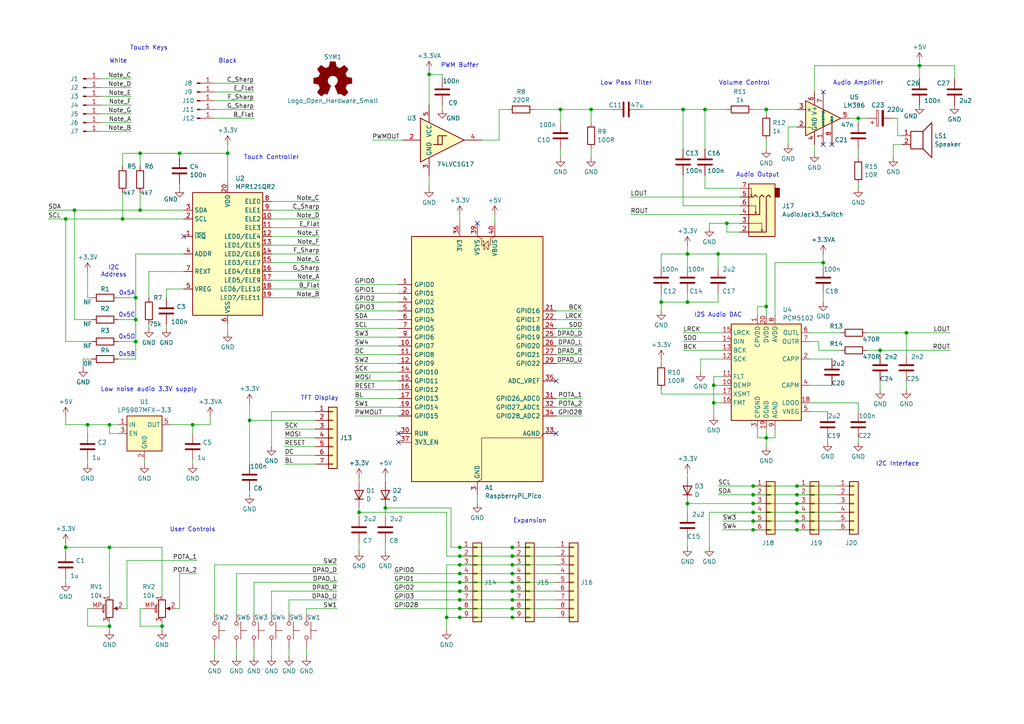
<source format=kicad_sch>
(kicad_sch (version 20231120) (generator "eeschema") (generator_version "8.0")
  (paper "A4")
  (junction (at 148.59 166.37))
  (junction (at 25.4 123.19))
  (junction (at 19.05 158.75))
  (junction (at 133.35 163.83))
  (junction (at 231.14 151.13))
  (junction (at 231.14 148.59))
  (junction (at 31.75 123.19))
  (junction (at 148.59 161.29))
  (junction (at 207.01 116.84))
  (junction (at 133.35 168.91))
  (junction (at 133.35 166.37))
  (junction (at 40.64 44.45))
  (junction (at 52.07 44.45))
  (junction (at 148.59 158.75))
  (junction (at 39.37 86.36))
  (junction (at 199.39 146.05))
  (junction (at 208.28 73.66))
  (junction (at 104.14 148.59))
  (junction (at 148.59 173.99))
  (junction (at 218.44 148.59))
  (junction (at 46.99 181.61))
  (junction (at 262.89 96.52))
  (junction (at 231.14 146.05))
  (junction (at 133.35 158.75))
  (junction (at 31.75 158.75))
  (junction (at 133.35 179.07))
  (junction (at 66.04 44.45))
  (junction (at 162.56 31.75))
  (junction (at 148.59 168.91))
  (junction (at 198.12 31.75))
  (junction (at 171.45 31.75))
  (junction (at 133.35 171.45))
  (junction (at 248.92 34.29))
  (junction (at 218.44 146.05))
  (junction (at 218.44 151.13))
  (junction (at 35.56 63.5))
  (junction (at 207.01 111.76))
  (junction (at 222.25 31.75))
  (junction (at 133.35 173.99))
  (junction (at 55.88 123.19))
  (junction (at 133.35 176.53))
  (junction (at 148.59 176.53))
  (junction (at 191.77 87.63))
  (junction (at 72.39 121.92))
  (junction (at 19.05 63.5))
  (junction (at 231.14 140.97))
  (junction (at 133.35 161.29))
  (junction (at 222.25 127))
  (junction (at 222.25 88.9))
  (junction (at 199.39 73.66))
  (junction (at 40.64 60.96))
  (junction (at 129.54 179.07))
  (junction (at 210.82 64.77))
  (junction (at 218.44 143.51))
  (junction (at 238.76 76.2))
  (junction (at 148.59 179.07))
  (junction (at 31.75 181.61))
  (junction (at 111.76 147.32))
  (junction (at 204.47 31.75))
  (junction (at 148.59 171.45))
  (junction (at 255.27 101.6))
  (junction (at 21.59 60.96))
  (junction (at 231.14 153.67))
  (junction (at 39.37 92.71))
  (junction (at 148.59 163.83))
  (junction (at 124.46 21.59))
  (junction (at 266.7 19.05))
  (junction (at 199.39 87.63))
  (junction (at 218.44 140.97))
  (junction (at 218.44 153.67))
  (junction (at 231.14 143.51))
  (junction (at 39.37 99.06))
  (no_connect (at 238.76 26.67))
  (no_connect (at 241.3 41.91))
  (no_connect (at 115.57 125.73))
  (no_connect (at 161.29 110.49))
  (no_connect (at 115.57 128.27))
  (no_connect (at 53.34 68.58))
  (no_connect (at 161.29 125.73))
  (no_connect (at 238.76 41.91))
  (no_connect (at 138.43 64.77))
  (wire (pts (xy 148.59 173.99) (xy 161.29 173.99)))
  (wire (pts (xy 129.54 179.07) (xy 133.35 179.07)))
  (wire (pts (xy 148.59 161.29) (xy 161.29 161.29)))
  (wire (pts (xy 218.44 31.75) (xy 222.25 31.75)))
  (wire (pts (xy 262.89 110.49) (xy 262.89 113.03)))
  (wire (pts (xy 231.14 148.59) (xy 242.57 148.59)))
  (wire (pts (xy 35.56 55.88) (xy 35.56 63.5)))
  (wire (pts (xy 276.86 19.05) (xy 276.86 22.86)))
  (wire (pts (xy 262.89 96.52) (xy 262.89 102.87)))
  (wire (pts (xy 102.87 95.25) (xy 115.57 95.25)))
  (wire (pts (xy 205.74 148.59) (xy 205.74 158.75)))
  (wire (pts (xy 231.14 140.97) (xy 242.57 140.97)))
  (wire (pts (xy 46.99 158.75) (xy 46.99 172.72)))
  (wire (pts (xy 237.49 99.06) (xy 234.95 99.06)))
  (wire (pts (xy 199.39 71.12) (xy 199.39 73.66)))
  (wire (pts (xy 129.54 163.83) (xy 133.35 163.83)))
  (wire (pts (xy 34.29 99.06) (xy 39.37 99.06)))
  (wire (pts (xy 29.21 22.86) (xy 38.1 22.86)))
  (wire (pts (xy 148.59 176.53) (xy 161.29 176.53)))
  (wire (pts (xy 133.35 176.53) (xy 148.59 176.53)))
  (wire (pts (xy 31.75 172.72) (xy 31.75 158.75)))
  (wire (pts (xy 148.59 171.45) (xy 161.29 171.45)))
  (wire (pts (xy 133.35 179.07) (xy 148.59 179.07)))
  (wire (pts (xy 143.51 62.23) (xy 143.51 64.77)))
  (wire (pts (xy 133.35 168.91) (xy 148.59 168.91)))
  (wire (pts (xy 259.08 34.29) (xy 260.35 34.29)))
  (wire (pts (xy 46.99 181.61) (xy 46.99 182.88)))
  (wire (pts (xy 115.57 105.41) (xy 102.87 105.41)))
  (wire (pts (xy 114.3 171.45) (xy 133.35 171.45)))
  (wire (pts (xy 238.76 76.2) (xy 238.76 77.47)))
  (wire (pts (xy 21.59 60.96) (xy 40.64 60.96)))
  (wire (pts (xy 82.55 124.46) (xy 91.44 124.46)))
  (wire (pts (xy 208.28 85.09) (xy 208.28 87.63)))
  (wire (pts (xy 144.78 31.75) (xy 147.32 31.75)))
  (wire (pts (xy 25.4 181.61) (xy 31.75 181.61)))
  (wire (pts (xy 191.77 85.09) (xy 191.77 87.63)))
  (wire (pts (xy 25.4 86.36) (xy 26.67 86.36)))
  (wire (pts (xy 25.4 133.35) (xy 25.4 134.62)))
  (wire (pts (xy 29.21 25.4) (xy 38.1 25.4)))
  (wire (pts (xy 234.95 96.52) (xy 243.84 96.52)))
  (wire (pts (xy 222.25 127) (xy 224.79 127)))
  (wire (pts (xy 251.46 101.6) (xy 255.27 101.6)))
  (wire (pts (xy 248.92 116.84) (xy 248.92 119.38)))
  (wire (pts (xy 133.35 166.37) (xy 148.59 166.37)))
  (wire (pts (xy 129.54 161.29) (xy 133.35 161.29)))
  (wire (pts (xy 248.92 34.29) (xy 251.46 34.29)))
  (wire (pts (xy 128.27 30.48) (xy 128.27 31.75)))
  (wire (pts (xy 130.81 158.75) (xy 133.35 158.75)))
  (wire (pts (xy 19.05 160.02) (xy 19.05 158.75)))
  (wire (pts (xy 199.39 73.66) (xy 208.28 73.66)))
  (wire (pts (xy 19.05 157.48) (xy 19.05 158.75)))
  (wire (pts (xy 102.87 113.03) (xy 115.57 113.03)))
  (wire (pts (xy 73.66 168.91) (xy 97.79 168.91)))
  (wire (pts (xy 29.21 30.48) (xy 38.1 30.48)))
  (wire (pts (xy 162.56 43.18) (xy 162.56 45.72)))
  (wire (pts (xy 102.87 100.33) (xy 115.57 100.33)))
  (wire (pts (xy 48.26 93.98) (xy 48.26 95.25)))
  (wire (pts (xy 203.2 104.14) (xy 203.2 107.95)))
  (wire (pts (xy 218.44 151.13) (xy 231.14 151.13)))
  (wire (pts (xy 111.76 147.32) (xy 130.81 147.32)))
  (wire (pts (xy 107.95 40.64) (xy 116.84 40.64)))
  (wire (pts (xy 222.25 31.75) (xy 222.25 33.02)))
  (wire (pts (xy 231.14 36.83) (xy 228.6 36.83)))
  (wire (pts (xy 199.39 73.66) (xy 199.39 77.47)))
  (wire (pts (xy 133.35 173.99) (xy 148.59 173.99)))
  (wire (pts (xy 148.59 166.37) (xy 161.29 166.37)))
  (wire (pts (xy 111.76 147.32) (xy 111.76 149.86)))
  (wire (pts (xy 24.13 104.14) (xy 26.67 104.14)))
  (wire (pts (xy 231.14 151.13) (xy 242.57 151.13)))
  (wire (pts (xy 199.39 87.63) (xy 208.28 87.63)))
  (wire (pts (xy 62.23 163.83) (xy 62.23 177.8)))
  (wire (pts (xy 207.01 111.76) (xy 209.55 111.76)))
  (wire (pts (xy 133.35 158.75) (xy 148.59 158.75)))
  (wire (pts (xy 78.74 119.38) (xy 91.44 119.38)))
  (wire (pts (xy 198.12 96.52) (xy 209.55 96.52)))
  (wire (pts (xy 78.74 73.66) (xy 92.71 73.66)))
  (wire (pts (xy 34.29 92.71) (xy 39.37 92.71)))
  (wire (pts (xy 204.47 54.61) (xy 204.47 50.8)))
  (wire (pts (xy 36.83 162.56) (xy 57.15 162.56)))
  (wire (pts (xy 34.29 104.14) (xy 39.37 104.14)))
  (wire (pts (xy 78.74 171.45) (xy 78.74 177.8)))
  (wire (pts (xy 31.75 158.75) (xy 46.99 158.75)))
  (wire (pts (xy 198.12 101.6) (xy 209.55 101.6)))
  (wire (pts (xy 218.44 143.51) (xy 231.14 143.51)))
  (wire (pts (xy 205.74 64.77) (xy 205.74 66.04)))
  (wire (pts (xy 255.27 101.6) (xy 255.27 102.87)))
  (wire (pts (xy 60.96 120.65) (xy 60.96 123.19)))
  (wire (pts (xy 209.55 151.13) (xy 218.44 151.13)))
  (wire (pts (xy 222.25 127) (xy 222.25 129.54)))
  (wire (pts (xy 40.64 44.45) (xy 52.07 44.45)))
  (wire (pts (xy 248.92 43.18) (xy 248.92 45.72)))
  (wire (pts (xy 102.87 87.63) (xy 115.57 87.63)))
  (wire (pts (xy 78.74 76.2) (xy 92.71 76.2)))
  (wire (pts (xy 35.56 44.45) (xy 40.64 44.45)))
  (wire (pts (xy 104.14 147.32) (xy 104.14 148.59)))
  (wire (pts (xy 111.76 138.43) (xy 111.76 139.7)))
  (wire (pts (xy 207.01 116.84) (xy 207.01 120.65)))
  (wire (pts (xy 231.14 143.51) (xy 242.57 143.51)))
  (wire (pts (xy 199.39 85.09) (xy 199.39 87.63)))
  (wire (pts (xy 78.74 71.12) (xy 92.71 71.12)))
  (wire (pts (xy 72.39 121.92) (xy 91.44 121.92)))
  (wire (pts (xy 35.56 44.45) (xy 35.56 48.26)))
  (wire (pts (xy 19.05 99.06) (xy 19.05 63.5)))
  (wire (pts (xy 251.46 96.52) (xy 262.89 96.52)))
  (wire (pts (xy 62.23 26.67) (xy 73.66 26.67)))
  (wire (pts (xy 104.14 157.48) (xy 104.14 160.02)))
  (wire (pts (xy 52.07 45.72) (xy 52.07 44.45)))
  (wire (pts (xy 102.87 82.55) (xy 115.57 82.55)))
  (wire (pts (xy 199.39 156.21) (xy 199.39 158.75)))
  (wire (pts (xy 204.47 31.75) (xy 210.82 31.75)))
  (wire (pts (xy 26.67 92.71) (xy 21.59 92.71)))
  (wire (pts (xy 238.76 85.09) (xy 238.76 87.63)))
  (wire (pts (xy 34.29 123.19) (xy 31.75 123.19)))
  (wire (pts (xy 25.4 78.74) (xy 25.4 86.36)))
  (wire (pts (xy 78.74 63.5) (xy 92.71 63.5)))
  (wire (pts (xy 31.75 181.61) (xy 31.75 180.34)))
  (wire (pts (xy 224.79 76.2) (xy 224.79 91.44)))
  (wire (pts (xy 191.77 77.47) (xy 191.77 73.66)))
  (wire (pts (xy 24.13 104.14) (xy 24.13 106.68)))
  (wire (pts (xy 191.77 87.63) (xy 199.39 87.63)))
  (wire (pts (xy 39.37 104.14) (xy 39.37 99.06)))
  (wire (pts (xy 78.74 187.96) (xy 78.74 190.5)))
  (wire (pts (xy 148.59 168.91) (xy 161.29 168.91)))
  (wire (pts (xy 210.82 64.77) (xy 210.82 67.31)))
  (wire (pts (xy 78.74 78.74) (xy 92.71 78.74)))
  (wire (pts (xy 231.14 153.67) (xy 242.57 153.67)))
  (wire (pts (xy 255.27 101.6) (xy 275.59 101.6)))
  (wire (pts (xy 185.42 31.75) (xy 198.12 31.75)))
  (wire (pts (xy 102.87 118.11) (xy 115.57 118.11)))
  (wire (pts (xy 73.66 187.96) (xy 73.66 190.5)))
  (wire (pts (xy 72.39 121.92) (xy 72.39 134.62)))
  (wire (pts (xy 209.55 109.22) (xy 207.01 109.22)))
  (wire (pts (xy 46.99 181.61) (xy 46.99 180.34)))
  (wire (pts (xy 29.21 38.1) (xy 38.1 38.1)))
  (wire (pts (xy 182.88 57.15) (xy 214.63 57.15)))
  (wire (pts (xy 139.7 40.64) (xy 144.78 40.64)))
  (wire (pts (xy 266.7 17.78) (xy 266.7 19.05)))
  (wire (pts (xy 161.29 115.57) (xy 168.91 115.57)))
  (wire (pts (xy 19.05 120.65) (xy 19.05 123.19)))
  (wire (pts (xy 36.83 176.53) (xy 36.83 162.56)))
  (wire (pts (xy 34.29 86.36) (xy 39.37 86.36)))
  (wire (pts (xy 124.46 21.59) (xy 128.27 21.59)))
  (wire (pts (xy 129.54 161.29) (xy 129.54 148.59)))
  (wire (pts (xy 198.12 31.75) (xy 198.12 43.18)))
  (wire (pts (xy 53.34 83.82) (xy 48.26 83.82)))
  (wire (pts (xy 29.21 33.02) (xy 38.1 33.02)))
  (wire (pts (xy 237.49 101.6) (xy 243.84 101.6)))
  (wire (pts (xy 222.25 73.66) (xy 222.25 88.9)))
  (wire (pts (xy 62.23 34.29) (xy 73.66 34.29)))
  (wire (pts (xy 222.25 31.75) (xy 231.14 31.75)))
  (wire (pts (xy 78.74 86.36) (xy 92.71 86.36)))
  (wire (pts (xy 82.55 129.54) (xy 91.44 129.54)))
  (wire (pts (xy 161.29 95.25) (xy 168.91 95.25)))
  (wire (pts (xy 219.71 124.46) (xy 219.71 127)))
  (wire (pts (xy 48.26 83.82) (xy 48.26 86.36)))
  (wire (pts (xy 78.74 60.96) (xy 92.71 60.96)))
  (wire (pts (xy 231.14 146.05) (xy 242.57 146.05)))
  (wire (pts (xy 161.29 105.41) (xy 168.91 105.41)))
  (wire (pts (xy 207.01 109.22) (xy 207.01 111.76)))
  (wire (pts (xy 161.29 118.11) (xy 168.91 118.11)))
  (wire (pts (xy 35.56 176.53) (xy 36.83 176.53)))
  (wire (pts (xy 210.82 67.31) (xy 214.63 67.31)))
  (wire (pts (xy 262.89 96.52) (xy 275.59 96.52)))
  (wire (pts (xy 133.35 161.29) (xy 148.59 161.29)))
  (wire (pts (xy 208.28 73.66) (xy 208.28 77.47)))
  (wire (pts (xy 68.58 166.37) (xy 68.58 177.8)))
  (wire (pts (xy 276.86 19.05) (xy 266.7 19.05)))
  (wire (pts (xy 210.82 64.77) (xy 214.63 64.77)))
  (wire (pts (xy 209.55 153.67) (xy 218.44 153.67)))
  (wire (pts (xy 31.75 125.73) (xy 31.75 123.19)))
  (wire (pts (xy 214.63 54.61) (xy 204.47 54.61)))
  (wire (pts (xy 43.18 93.98) (xy 43.18 95.25)))
  (wire (pts (xy 29.21 35.56) (xy 38.1 35.56)))
  (wire (pts (xy 78.74 66.04) (xy 92.71 66.04)))
  (wire (pts (xy 154.94 31.75) (xy 162.56 31.75)))
  (wire (pts (xy 102.87 102.87) (xy 115.57 102.87)))
  (wire (pts (xy 148.59 163.83) (xy 161.29 163.83)))
  (wire (pts (xy 68.58 187.96) (xy 68.58 190.5)))
  (wire (pts (xy 129.54 148.59) (xy 104.14 148.59)))
  (wire (pts (xy 19.05 167.64) (xy 19.05 168.91)))
  (wire (pts (xy 205.74 148.59) (xy 218.44 148.59)))
  (wire (pts (xy 236.22 19.05) (xy 266.7 19.05)))
  (wire (pts (xy 248.92 34.29) (xy 248.92 35.56)))
  (wire (pts (xy 102.87 85.09) (xy 115.57 85.09)))
  (wire (pts (xy 88.9 176.53) (xy 97.79 176.53)))
  (wire (pts (xy 148.59 179.07) (xy 161.29 179.07)))
  (wire (pts (xy 161.29 90.17) (xy 168.91 90.17)))
  (wire (pts (xy 39.37 86.36) (xy 39.37 73.66)))
  (wire (pts (xy 198.12 99.06) (xy 209.55 99.06)))
  (wire (pts (xy 55.88 123.19) (xy 55.88 125.73)))
  (wire (pts (xy 260.35 34.29) (xy 260.35 39.37)))
  (wire (pts (xy 161.29 120.65) (xy 168.91 120.65)))
  (wire (pts (xy 83.82 187.96) (xy 83.82 190.5)))
  (wire (pts (xy 208.28 140.97) (xy 218.44 140.97)))
  (wire (pts (xy 13.97 60.96) (xy 21.59 60.96)))
  (wire (pts (xy 261.62 41.91) (xy 259.08 41.91)))
  (wire (pts (xy 66.04 93.98) (xy 66.04 96.52)))
  (wire (pts (xy 40.64 60.96) (xy 53.34 60.96)))
  (wire (pts (xy 62.23 163.83) (xy 97.79 163.83)))
  (wire (pts (xy 40.64 44.45) (xy 40.64 48.26)))
  (wire (pts (xy 62.23 31.75) (xy 73.66 31.75)))
  (wire (pts (xy 124.46 20.32) (xy 124.46 21.59)))
  (wire (pts (xy 266.7 19.05) (xy 266.7 22.86)))
  (wire (pts (xy 161.29 97.79) (xy 168.91 97.79)))
  (wire (pts (xy 78.74 119.38) (xy 78.74 129.54)))
  (wire (pts (xy 26.67 176.53) (xy 25.4 176.53)))
  (wire (pts (xy 260.35 39.37) (xy 261.62 39.37)))
  (wire (pts (xy 62.23 187.96) (xy 62.23 190.5)))
  (wire (pts (xy 31.75 181.61) (xy 31.75 182.88)))
  (wire (pts (xy 237.49 101.6) (xy 237.49 99.06)))
  (wire (pts (xy 40.64 176.53) (xy 40.64 181.61)))
  (wire (pts (xy 83.82 173.99) (xy 97.79 173.99)))
  (wire (pts (xy 68.58 166.37) (xy 97.79 166.37)))
  (wire (pts (xy 129.54 163.83) (xy 129.54 179.07)))
  (wire (pts (xy 41.91 133.35) (xy 41.91 134.62)))
  (wire (pts (xy 52.07 44.45) (xy 66.04 44.45)))
  (wire (pts (xy 198.12 59.69) (xy 198.12 50.8)))
  (wire (pts (xy 66.04 44.45) (xy 66.04 53.34)))
  (wire (pts (xy 72.39 142.24) (xy 72.39 143.51)))
  (wire (pts (xy 88.9 176.53) (xy 88.9 177.8)))
  (wire (pts (xy 78.74 68.58) (xy 92.71 68.58)))
  (wire (pts (xy 148.59 158.75) (xy 161.29 158.75)))
  (wire (pts (xy 162.56 31.75) (xy 162.56 35.56)))
  (wire (pts (xy 171.45 43.18) (xy 171.45 45.72)))
  (wire (pts (xy 41.91 176.53) (xy 40.64 176.53)))
  (wire (pts (xy 114.3 166.37) (xy 133.35 166.37)))
  (wire (pts (xy 228.6 36.83) (xy 228.6 41.91)))
  (wire (pts (xy 204.47 31.75) (xy 204.47 43.18)))
  (wire (pts (xy 171.45 31.75) (xy 177.8 31.75)))
  (wire (pts (xy 191.77 104.14) (xy 191.77 105.41)))
  (wire (pts (xy 66.04 41.91) (xy 66.04 44.45)))
  (wire (pts (xy 102.87 90.17) (xy 115.57 90.17)))
  (wire (pts (xy 161.29 92.71) (xy 168.91 92.71)))
  (wire (pts (xy 218.44 153.67) (xy 231.14 153.67)))
  (wire (pts (xy 214.63 59.69) (xy 198.12 59.69)))
  (wire (pts (xy 111.76 157.48) (xy 111.76 160.02)))
  (wire (pts (xy 49.53 123.19) (xy 55.88 123.19)))
  (wire (pts (xy 191.77 73.66) (xy 199.39 73.66)))
  (wire (pts (xy 78.74 81.28) (xy 92.71 81.28)))
  (wire (pts (xy 208.28 73.66) (xy 222.25 73.66)))
  (wire (pts (xy 40.64 55.88) (xy 40.64 60.96)))
  (wire (pts (xy 102.87 97.79) (xy 115.57 97.79)))
  (wire (pts (xy 224.79 127) (xy 224.79 124.46)))
  (wire (pts (xy 55.88 133.35) (xy 55.88 134.62)))
  (wire (pts (xy 19.05 63.5) (xy 35.56 63.5)))
  (wire (pts (xy 62.23 24.13) (xy 73.66 24.13)))
  (wire (pts (xy 171.45 31.75) (xy 171.45 35.56)))
  (wire (pts (xy 234.95 111.76) (xy 241.3 111.76)))
  (wire (pts (xy 40.64 181.61) (xy 46.99 181.61)))
  (wire (pts (xy 78.74 171.45) (xy 97.79 171.45)))
  (wire (pts (xy 236.22 19.05) (xy 236.22 26.67)))
  (wire (pts (xy 162.56 31.75) (xy 171.45 31.75)))
  (wire (pts (xy 198.12 31.75) (xy 204.47 31.75)))
  (wire (pts (xy 21.59 92.71) (xy 21.59 60.96)))
  (wire (pts (xy 43.18 78.74) (xy 53.34 78.74)))
  (wire (pts (xy 219.71 88.9) (xy 222.25 88.9)))
  (wire (pts (xy 102.87 107.95) (xy 115.57 107.95)))
  (wire (pts (xy 104.14 138.43) (xy 104.14 139.7)))
  (wire (pts (xy 255.27 110.49) (xy 255.27 113.03)))
  (wire (pts (xy 39.37 73.66) (xy 53.34 73.66)))
  (wire (pts (xy 248.92 127) (xy 248.92 128.27)))
  (wire (pts (xy 218.44 146.05) (xy 231.14 146.05)))
  (wire (pts (xy 224.79 76.2) (xy 238.76 76.2)))
  (wire (pts (xy 25.4 176.53) (xy 25.4 181.61)))
  (wire (pts (xy 191.77 87.63) (xy 191.77 90.17)))
  (wire (pts (xy 144.78 40.64) (xy 144.78 31.75)))
  (wire (pts (xy 161.29 102.87) (xy 168.91 102.87)))
  (wire (pts (xy 199.39 146.05) (xy 218.44 146.05)))
  (wire (pts (xy 128.27 21.59) (xy 128.27 22.86)))
  (wire (pts (xy 52.07 53.34) (xy 52.07 54.61)))
  (wire (pts (xy 73.66 168.91) (xy 73.66 177.8)))
  (wire (pts (xy 34.29 125.73) (xy 31.75 125.73)))
  (wire (pts (xy 29.21 27.94) (xy 38.1 27.94)))
  (wire (pts (xy 191.77 113.03) (xy 191.77 114.3)))
  (wire (pts (xy 62.23 29.21) (xy 73.66 29.21)))
  (wire (pts (xy 82.55 127) (xy 91.44 127)))
  (wire (pts (xy 55.88 123.19) (xy 60.96 123.19)))
  (wire (pts (xy 83.82 173.99) (xy 83.82 177.8)))
  (wire (pts (xy 39.37 99.06) (xy 39.37 92.71)))
  (wire (pts (xy 50.8 176.53) (xy 52.07 176.53)))
  (wire (pts (xy 31.75 123.19) (xy 25.4 123.19)))
  (wire (pts (xy 205.74 64.77) (xy 210.82 64.77)))
  (wire (pts (xy 234.95 104.14) (xy 241.3 104.14)))
  (wire (pts (xy 207.01 111.76) (xy 207.01 116.84)))
  (wire (pts (xy 82.55 134.62) (xy 91.44 134.62)))
  (wire (pts (xy 43.18 86.36) (xy 43.18 78.74)))
  (wire (pts (xy 78.74 58.42) (xy 92.71 58.42)))
  (wire (pts (xy 191.77 114.3) (xy 209.55 114.3)))
  (wire (pts (xy 222.25 88.9) (xy 222.25 91.44)))
  (wire (pts (xy 26.67 99.06) (xy 19.05 99.06)))
  (wire (pts (xy 240.03 127) (xy 240.03 128.27)))
  (wire (pts (xy 218.44 140.97) (xy 231.14 140.97)))
  (wire (pts (xy 13.97 63.5) (xy 19.05 63.5)))
  (wire (pts (xy 114.3 168.91) (xy 133.35 168.91)))
  (wire (pts (xy 219.71 91.44) (xy 219.71 88.9)))
  (wire (pts (xy 102.87 110.49) (xy 115.57 110.49)))
  (wire (pts (xy 248.92 53.34) (xy 248.92 54.61)))
  (wire (pts (xy 35.56 63.5) (xy 53.34 63.5)))
  (wire (pts (xy 102.87 120.65) (xy 115.57 120.65)))
  (wire (pts (xy 234.95 119.38) (xy 240.03 119.38)))
  (wire (pts (xy 124.46 21.59) (xy 124.46 30.48)))
  (wire (pts (xy 133.35 62.23) (xy 133.35 64.77)))
  (wire (pts (xy 238.76 73.66) (xy 238.76 76.2)))
  (wire (pts (xy 124.46 50.8) (xy 124.46 54.61)))
  (wire (pts (xy 218.44 148.59) (xy 231.14 148.59)))
  (wire (pts (xy 236.22 41.91) (xy 236.22 44.45)))
  (wire (pts (xy 138.43 143.51) (xy 138.43 146.05)))
  (wire (pts (xy 114.3 176.53) (xy 133.35 176.53)))
  (wire (pts (xy 222.25 40.64) (xy 222.25 43.18)))
  (wire (pts (xy 72.39 116.84) (xy 72.39 121.92)))
  (wire (pts (xy 25.4 123.19) (xy 19.05 123.19)))
  (wire (pts (xy 129.54 179.07) (xy 129.54 182.88)))
  (wire (pts (xy 208.28 143.51) (xy 218.44 143.51)))
  (wire (pts (xy 161.29 100.33) (xy 168.91 100.33)))
  (wire (pts (xy 259.08 41.91) (xy 259.08 45.72)))
  (wire (pts (xy 209.55 116.84) (xy 207.01 116.84)))
  (wire (pts (xy 52.07 166.37) (xy 57.15 166.37)))
  (wire (pts (xy 25.4 123.19) (xy 25.4 125.73)))
  (wire (pts (xy 114.3 173.99) (xy 133.35 173.99)))
  (wire (pts (xy 104.14 148.59) (xy 104.14 149.86)))
  (wire (pts (xy 52.07 176.53) (xy 52.07 166.37)))
  (wire (pts (xy 199.39 137.16) (xy 199.39 138.43)))
  (wire (pts (xy 82.55 132.08) (xy 91.44 132.08)))
  (wire (pts (xy 130.81 147.32) (xy 130.81 158.75)))
  (wire (pts (xy 102.87 115.57) (xy 115.57 115.57)))
  (wire (pts (xy 234.95 116.84) (xy 248.92 116.84)))
  (wire (pts (xy 133.35 163.83) (xy 148.59 163.83)))
  (wire (pts (xy 78.74 83.82) (xy 92.71 83.82)))
  (wire (pts (xy 39.37 92.71) (xy 39.37 86.36)))
  (wire (pts (xy 222.25 124.46) (xy 222.25 127)))
  (wire (pts (xy 209.55 104.14) (xy 203.2 104.14)))
  (wire (pts (xy 246.38 34.29) (xy 248.92 34.29)))
  (wire (pts (xy 199.39 146.05) (xy 199.39 148.59)))
  (wire (pts (xy 88.9 187.96) (xy 88.9 190.5)))
  (wire (pts (xy 182.88 62.23) (xy 214.63 62.23)))
  (wire (pts (xy 19.05 158.75) (xy 31.75 158.75)))
  (wire (pts (xy 102.87 92.71) (xy 115.57 92.71)))
  (wire (pts (xy 133.35 171.45) (xy 148.59 171.45)))
  (wire (pts (xy 219.71 127) (xy 222.25 127)))
  (text "PWM Buffer" (at 133.35 19.05 0) (effects (font (size 1.27 1.27))))
  (text "Black" (at 66.04 17.78 0) (effects (font (size 1.27 1.27))))
  (text "I2C\nAddress" (at 33.02 78.74 0) (effects (font (size 1.27 1.27))))
  (text "Touch Keys" (at 43.18 13.97 0) (effects (font (size 1.27 1.27))))
  (text "Audio Amplifier" (at 248.92 24.13 0) (effects (font (size 1.27 1.27))))
  (text "0x5C" (at 36.83 91.44 0) (effects (font (size 1.27 1.27))))
  (text "0x5A" (at 36.83 85.09 0) (effects (font (size 1.27 1.27))))
  (text "Audio Output" (at 219.71 50.8 0) (effects (font (size 1.27 1.27))))
  (text "0x5B" (at 36.83 102.87 0) (effects (font (size 1.27 1.27))))
  (text "TFT Display" (at 92.71 115.57 0) (effects (font (size 1.27 1.27))))
  (text "Low noise audio 3.3V supply" (at 43.18 113.03 0) (effects (font (size 1.27 1.27))))
  (text "Volume Control" (at 215.9 24.13 0) (effects (font (size 1.27 1.27))))
  (text "Low Pass Filter" (at 181.61 24.13 0) (effects (font (size 1.27 1.27))))
  (text "I2C Interface" (at 260.35 134.62 0) (effects (font (size 1.27 1.27))))
  (text "Expansion" (at 153.67 151.13 0) (effects (font (size 1.27 1.27))))
  (text "0x5D" (at 36.83 97.79 0) (effects (font (size 1.27 1.27))))
  (text "I2S Audio DAC" (at 208.28 91.44 0) (effects (font (size 1.27 1.27))))
  (text "User Controls" (at 55.88 153.67 0) (effects (font (size 1.27 1.27))))
  (text "Touch Controller" (at 78.74 45.72 0) (effects (font (size 1.27 1.27))))
  (text "White" (at 34.29 17.78 0) (effects (font (size 1.27 1.27))))
  (label "SW2" (at 102.87 105.41 0))
  (label "MOSI" (at 82.55 127 0))
  (label "SCL" (at 13.97 63.5 0))
  (label "SDO" (at 198.12 99.06 0))
  (label "SW3" (at 102.87 97.79 0))
  (label "Note_F" (at 92.71 71.12 180))
  (label "DC" (at 82.55 132.08 0))
  (label "B_Flat" (at 73.66 34.29 180))
  (label "MOSI" (at 102.87 110.49 0))
  (label "SCK" (at 82.55 124.46 0))
  (label "Note_B" (at 92.71 86.36 180))
  (label "GPIO28" (at 114.3 176.53 0))
  (label "SCL" (at 102.87 95.25 0))
  (label "Note_A" (at 38.1 35.56 180))
  (label "POTA_2" (at 57.15 166.37 180))
  (label "RESET" (at 102.87 113.03 0))
  (label "SW1" (at 97.79 176.53 180))
  (label "Note_D" (at 92.71 63.5 180))
  (label "Note_G" (at 38.1 33.02 180))
  (label "LRCK" (at 168.91 92.71 180))
  (label "ROUT" (at 182.88 62.23 0))
  (label "DPAD_U" (at 97.79 173.99 180))
  (label "C_Sharp" (at 73.66 24.13 180))
  (label "DPAD_R" (at 97.79 171.45 180))
  (label "SW1" (at 102.87 118.11 0))
  (label "SCK" (at 102.87 107.95 0))
  (label "SW2" (at 97.79 163.83 180))
  (label "GPIO2" (at 114.3 171.45 0))
  (label "SDA" (at 208.28 143.51 0))
  (label "Note_D" (at 38.1 25.4 180))
  (label "F_Sharp" (at 73.66 29.21 180))
  (label "RESET" (at 82.55 129.54 0))
  (label "SDA" (at 102.87 92.71 0))
  (label "BL" (at 82.55 134.62 0))
  (label "SCL" (at 208.28 140.97 0))
  (label "Note_G" (at 92.71 76.2 180))
  (label "DPAD_L" (at 168.91 100.33 180))
  (label "Note_C" (at 38.1 22.86 180))
  (label "G_Sharp" (at 73.66 31.75 180))
  (label "DPAD_D" (at 168.91 97.79 180))
  (label "E_Flat" (at 73.66 26.67 180))
  (label "SW3" (at 209.55 151.13 0))
  (label "DPAD_U" (at 168.91 105.41 180))
  (label "G_Sharp" (at 92.71 78.74 180))
  (label "E_Flat" (at 92.71 66.04 180))
  (label "POTA_2" (at 168.91 118.11 180))
  (label "GPIO0" (at 114.3 166.37 0))
  (label "LOUT" (at 275.59 96.52 180))
  (label "LRCK" (at 198.12 96.52 0))
  (label "DC" (at 102.87 102.87 0))
  (label "PWMOUT" (at 102.87 120.65 0))
  (label "DPAD_R" (at 168.91 102.87 180))
  (label "GPIO3" (at 102.87 90.17 0))
  (label "Note_B" (at 38.1 38.1 180))
  (label "BCK" (at 198.12 101.6 0))
  (label "DPAD_L" (at 97.79 168.91 180))
  (label "SW4" (at 209.55 153.67 0))
  (label "SDA" (at 13.97 60.96 0))
  (label "GPIO3" (at 114.3 173.99 0))
  (label "GPIO1" (at 102.87 85.09 0))
  (label "GPIO1" (at 114.3 168.91 0))
  (label "B_Flat" (at 92.71 83.82 180))
  (label "BL" (at 102.87 115.57 0))
  (label "C_Sharp" (at 92.71 60.96 180))
  (label "DPAD_D" (at 97.79 166.37 180))
  (label "BCK" (at 168.91 90.17 180))
  (label "PWMOUT" (at 107.95 40.64 0))
  (label "GPIO28" (at 168.91 120.65 180))
  (label "ROUT" (at 275.59 101.6 180))
  (label "Note_E" (at 38.1 27.94 180))
  (label "Note_F" (at 38.1 30.48 180))
  (label "POTA_1" (at 168.91 115.57 180))
  (label "SDO" (at 168.91 95.25 180))
  (label "Note_E" (at 92.71 68.58 180))
  (label "LOUT" (at 182.88 57.15 0))
  (label "Note_C" (at 92.71 58.42 180))
  (label "Note_A" (at 92.71 81.28 180))
  (label "GPIO0" (at 102.87 82.55 0))
  (label "F_Sharp" (at 92.71 73.66 180))
  (label "GPIO2" (at 102.87 87.63 0))
  (label "SW4" (at 102.87 100.33 0))
  (label "POTA_1" (at 57.15 162.56 180))
  (symbol (lib_id "Device:C") (at 25.4 129.54 0) (unit 1)
    (property "Reference" "C2" (at 28.321 128.3278 0) (effects (justify left)))
    (property "Value" "1u" (at 26.67 132.715 0) (effects (justify left)))
    (property "Footprint" "Capacitor_SMD:C_0603_1608Metric" (effects (hide yes)))
    (property "Description" "Unpolarized capacitor" (effects (hide yes)))
  )
  (symbol (lib_id "Device:C") (at 276.86 26.67 180) (unit 1)
    (property "Reference" "C27" (at 275.59 24.13 0) (effects (justify left)))
    (property "Value" "2u2" (at 281.94 29.21 0) (effects (justify left)))
    (property "Footprint" "Capacitor_SMD:C_0603_1608Metric" (effects (hide yes)))
    (property "Description" "Unpolarized capacitor" (effects (hide yes)))
  )
  (symbol (lib_id "power:GND") (at 66.04 96.52 0) (unit 1)
    (property "Reference" "#PWR017" (effects (hide yes)))
    (property "Value" "GND" (at 66.04 100.6531 0))
    (property "Description" "Power symbol creates a global label with name \"GND\" , ground" (effects (hide yes)))
  )
  (symbol (lib_id "Connector:Conn_01x01_Pin") (at 24.13 27.94 0) (unit 1)
    (property "Reference" "J3" (at 21.59 27.94 0))
    (property "Value" "Conn_01x01_Pin" (effects (hide yes)))
    (property "Footprint" "rLab_Keyboard:White_Key" (effects (hide yes)))
    (property "Description" "Generic connector, single row, 01x01, script generated" (effects (hide yes)))
  )
  (symbol (lib_id "power:GND") (at 138.43 146.05 0) (unit 1)
    (property "Reference" "#PWR035" (effects (hide yes)))
    (property "Value" "GND" (at 138.43 150.1831 0))
    (property "Description" "Power symbol creates a global label with name \"GND\" , ground" (effects (hide yes)))
  )
  (symbol (lib_id "power:+3.3V") (at 199.39 71.12 0) (unit 1)
    (property "Reference" "#PWR042" (effects (hide yes)))
    (property "Value" "+3.3V" (at 199.39 66.9869 0))
    (property "Description" "Power symbol creates a global label with name \"+3.3V\"" (effects (hide yes)))
  )
  (symbol (lib_id "Device:R_Potentiometer_MountingPin") (at 31.75 176.53 0) (unit 1)
    (property "Reference" "RV1" (at 27.94 170.18 0))
    (property "Value" "10k" (at 27.94 172.72 0))
    (property "Footprint" "rLab_Keyboard:Potentiometer_Alps_RK09K_Single_Vertical" (effects (hide yes)))
    (property "Description" "Potentiometer with a mounting pin" (effects (hide yes)))
  )
  (symbol (lib_id "Device:R") (at 247.65 101.6 90) (unit 1)
    (property "Reference" "R14" (at 242.57 99.695 90))
    (property "Value" "470R" (at 252.73 103.505 90))
    (property "Footprint" "Resistor_SMD:R_0603_1608Metric" (effects (hide yes)))
    (property "Description" "Resistor" (effects (hide yes)))
  )
  (symbol (lib_id "power:+3.3V") (at 72.39 116.84 0) (unit 1)
    (property "Reference" "#PWR019" (effects (hide yes)))
    (property "Value" "+3.3V" (at 72.39 112.7069 0))
    (property "Description" "Power symbol creates a global label with name \"+3.3V\"" (effects (hide yes)))
  )
  (symbol (lib_id "Device:R") (at 191.77 109.22 0) (unit 1)
    (property "Reference" "R10" (at 193.548 108.0078 0) (effects (justify left)))
    (property "Value" "100R" (at 193.548 110.4321 0) (effects (justify left)))
    (property "Footprint" "Resistor_SMD:R_0603_1608Metric" (effects (hide yes)))
    (property "Description" "Resistor" (effects (hide yes)))
  )
  (symbol (lib_id "power:GND") (at 199.39 158.75 0) (unit 1)
    (property "Reference" "#PWR043" (effects (hide yes)))
    (property "Value" "GND" (at 199.39 162.8831 0))
    (property "Description" "Power symbol creates a global label with name \"GND\" , ground" (effects (hide yes)))
  )
  (symbol (lib_id "Switch:SW_Omron_B3FS") (at 73.66 182.88 270) (unit 1)
    (property "Reference" "SW3" (at 73.66 179.07 90) (effects (justify left)))
    (property "Value" "SW_MEC_5G" (effects (hide yes)))
    (property "Footprint" "Button_Switch_THT:SW_PUSH_6mm_H8mm" (effects (hide yes)))
    (property "Datasheet" "https://omronfs.omron.com/en_US/ecb/products/pdf/en-b3fs.pdf" (effects (hide yes)))
    (property "Description" "Omron B3FS 6x6mm single pole normally-open tactile switch" (effects (hide yes)))
  )
  (symbol (lib_id "power:GND") (at 238.76 87.63 0) (unit 1)
    (property "Reference" "#PWR053" (effects (hide yes)))
    (property "Value" "GND" (at 238.76 91.7631 0))
    (property "Description" "Power symbol creates a global label with name \"GND\" , ground" (effects (hide yes)))
  )
  (symbol (lib_id "Device:C_Polarized") (at 255.27 34.29 90) (unit 1)
    (property "Reference" "C23" (at 254.635 30.48 90))
    (property "Value" "220u" (at 259.715 31.75 90))
    (property "Footprint" "Capacitor_SMD:C_1206_3216Metric" (effects (hide yes)))
    (property "Description" "Polarized capacitor" (effects (hide yes)))
  )
  (symbol (lib_id "Device:R") (at 214.63 31.75 270) (unit 1)
    (property "Reference" "R11" (at 214.63 26.5895 90))
    (property "Value" "1k" (at 214.63 29.0138 90))
    (property "Footprint" "Resistor_SMD:R_0603_1608Metric" (effects (hide yes)))
    (property "Description" "Resistor" (effects (hide yes)))
  )
  (symbol (lib_id "power:GND") (at 255.27 113.03 0) (unit 1)
    (property "Reference" "#PWR057" (effects (hide yes)))
    (property "Value" "GND" (at 255.27 117.1631 0))
    (property "Description" "Power symbol creates a global label with name \"GND\" , ground" (effects (hide yes)))
  )
  (symbol (lib_id "Device:C") (at 48.26 90.17 0) (unit 1)
    (property "Reference" "C3" (at 51.181 88.9578 0) (effects (justify left)))
    (property "Value" "100n" (at 49.53 93.345 0) (effects (justify left)))
    (property "Footprint" "Capacitor_SMD:C_0603_1608Metric" (effects (hide yes)))
    (property "Description" "Unpolarized capacitor" (effects (hide yes)))
  )
  (symbol (lib_id "Device:C") (at 255.27 106.68 180) (unit 1)
    (property "Reference" "C24" (at 259.08 109.855 0) (effects (justify left)))
    (property "Value" "2n2" (at 260.35 103.505 0) (effects (justify left)))
    (property "Footprint" "Capacitor_SMD:C_0603_1608Metric" (effects (hide yes)))
    (property "Description" "Unpolarized capacitor" (effects (hide yes)))
  )
  (symbol (lib_id "Device:R") (at 151.13 31.75 270) (unit 1)
    (property "Reference" "R8" (at 151.13 26.5895 90))
    (property "Value" "220R" (at 151.13 29.0138 90))
    (property "Footprint" "Resistor_SMD:R_0603_1608Metric" (effects (hide yes)))
    (property "Description" "Resistor" (effects (hide yes)))
  )
  (symbol (lib_id "power:GND") (at 78.74 129.54 0) (unit 1)
    (property "Reference" "#PWR022" (effects (hide yes)))
    (property "Value" "GND" (at 78.74 133.6731 0))
    (property "Description" "Power symbol creates a global label with name \"GND\" , ground" (effects (hide yes)))
  )
  (symbol (lib_id "Device:R") (at 222.25 36.83 0) (unit 1)
    (property "Reference" "R12" (at 224.028 35.6178 0) (effects (justify left)))
    (property "Value" "1k" (at 224.028 38.0421 0) (effects (justify left)))
    (property "Footprint" "Resistor_SMD:R_0603_1608Metric" (effects (hide yes)))
    (property "Description" "Resistor" (effects (hide yes)))
  )
  (symbol (lib_id "Switch:SW_Omron_B3FS") (at 88.9 182.88 270) (unit 1)
    (property "Reference" "SW1" (at 88.9 179.07 90) (effects (justify left)))
    (property "Value" "SW_MEC_5G" (effects (hide yes)))
    (property "Footprint" "Button_Switch_THT:SW_PUSH_6mm_H8mm" (effects (hide yes)))
    (property "Datasheet" "https://omronfs.omron.com/en_US/ecb/products/pdf/en-b3fs.pdf" (effects (hide yes)))
    (property "Description" "Omron B3FS 6x6mm single pole normally-open tactile switch" (effects (hide yes)))
  )
  (symbol (lib_id "Connector:Conn_01x01_Pin") (at 57.15 34.29 0) (unit 1)
    (property "Reference" "J12" (at 54.61 34.29 0))
    (property "Value" "Conn_01x01_Pin" (effects (hide yes)))
    (property "Footprint" "rLab_Keyboard:Black_key_fill" (effects (hide yes)))
    (property "Description" "Generic connector, single row, 01x01, script generated" (effects (hide yes)))
  )
  (symbol (lib_id "power:GND") (at 240.03 128.27 0) (unit 1)
    (property "Reference" "#PWR054" (effects (hide yes)))
    (property "Value" "GND" (at 240.03 132.4031 0))
    (property "Description" "Power symbol creates a global label with name \"GND\" , ground" (effects (hide yes)))
  )
  (symbol (lib_id "Connector_Generic:Conn_01x06") (at 223.52 146.05 0) (unit 1)
    (property "Reference" "J18" (at 220.98 157.48 0) (effects (justify left)))
    (property "Value" "Conn_01x06" (effects (hide yes)))
    (property "Footprint" "Connector_PinSocket_2.54mm:PinSocket_1x06_P2.54mm_Horizontal" (effects (hide yes)))
    (property "Description" "Generic connector, single row, 01x06, script generated (kicad-library-utils/schlib/autogen/connector/)" (effects (hide yes)))
  )
  (symbol (lib_id "Audio:PCM5102") (at 222.25 106.68 0) (unit 1)
    (property "Reference" "U4" (at 226.9841 89.8355 0) (effects (justify left)))
    (property "Value" "PCM5102" (at 226.9841 92.2598 0) (effects (justify left)))
    (property "Footprint" "Package_SO:TSSOP-20_4.4x6.5mm_P0.65mm" (effects (hide yes)))
    (property "Datasheet" "http://www.ti.com/lit/ds/symlink/pcm5102.pdf" (effects (hide yes)))
    (property "Description" "2VRMS DirectPath, 112dB Audio Stereo DAC with 32-bit, 384kHz PCM Interface, TSSOP-20" (effects (hide yes)))
  )
  (symbol (lib_id "power:GND") (at 266.7 30.48 0) (unit 1)
    (property "Reference" "#PWR061" (effects (hide yes)))
    (property "Value" "GND" (at 264.16 33.655 0))
    (property "Description" "Power symbol creates a global label with name \"GND\" , ground" (effects (hide yes)))
  )
  (symbol (lib_id "Device:C") (at 191.77 81.28 180) (unit 1)
    (property "Reference" "C12" (at 196.215 84.455 0) (effects (justify left)))
    (property "Value" "100n" (at 196.85 78.105 0) (effects (justify left)))
    (property "Footprint" "Capacitor_SMD:C_0603_1608Metric" (effects (hide yes)))
    (property "Description" "Unpolarized capacitor" (effects (hide yes)))
  )
  (symbol (lib_id "power:GND") (at 207.01 120.65 0) (unit 1)
    (property "Reference" "#PWR047" (effects (hide yes)))
    (property "Value" "GND" (at 207.01 124.7831 0))
    (property "Description" "Power symbol creates a global label with name \"GND\" , ground" (effects (hide yes)))
  )
  (symbol (lib_id "Device:C") (at 128.27 26.67 180) (unit 1)
    (property "Reference" "C9" (at 132.715 29.845 0) (effects (justify left)))
    (property "Value" "100n" (at 133.35 23.495 0) (effects (justify left)))
    (property "Footprint" "Capacitor_SMD:C_0603_1608Metric" (effects (hide yes)))
    (property "Description" "Unpolarized capacitor" (effects (hide yes)))
  )
  (symbol (lib_id "Device:C") (at 72.39 138.43 180) (unit 1)
    (property "Reference" "C6" (at 76.2 141.605 0) (effects (justify left)))
    (property "Value" "100n" (at 77.47 135.255 0) (effects (justify left)))
    (property "Footprint" "Capacitor_SMD:C_0603_1608Metric" (effects (hide yes)))
    (property "Description" "Unpolarized capacitor" (effects (hide yes)))
  )
  (symbol (lib_id "power:GND") (at 129.54 182.88 0) (unit 1)
    (property "Reference" "#PWR033" (effects (hide yes)))
    (property "Value" "GND" (at 129.54 187.0131 0))
    (property "Description" "Power symbol creates a global label with name \"GND\" , ground" (effects (hide yes)))
  )
  (symbol (lib_id "Device:D") (at 111.76 143.51 270) (mirror x) (unit 1)
    (property "Reference" "D2" (at 113.792 142.2978 90) (effects (justify left)))
    (property "Value" "D" (at 113.792 144.7221 90) (effects (justify left)))
    (property "Footprint" "Diode_SMD:D_SOD-323" (effects (hide yes)))
    (property "Description" "Diode" (effects (hide yes)))
    (property "Sim.Device" "D" (effects (hide yes)))
    (property "Sim.Pins" "1=K 2=A" (effects (hide yes)))
  )
  (symbol (lib_id "Connector_Generic:Conn_01x09") (at 166.37 168.91 0) (unit 1)
    (property "Reference" "J16" (at 168.402 168.91 0) (effects (justify left)))
    (property "Value" "Conn_01x09" (effects (hide yes)))
    (property "Footprint" "Connector_PinSocket_2.54mm:PinSocket_1x09_P2.54mm_Horizontal" (effects (hide yes)))
    (property "Description" "Generic connector, single row, 01x09, script generated (kicad-library-utils/schlib/autogen/connector/)" (effects (hide yes)))
  )
  (symbol (lib_id "Device:R") (at 30.48 104.14 270) (unit 1)
    (property "Reference" "R4" (at 30.48 101.6 90))
    (property "Value" "0R" (at 25.4 105.41 90))
    (property "Footprint" "Resistor_SMD:R_0603_1608Metric" (effects (hide yes)))
    (property "Description" "Resistor" (effects (hide yes)))
  )
  (symbol (lib_id "Device:C") (at 19.05 163.83 0) (unit 1)
    (property "Reference" "C1" (at 21.971 162.6178 0) (effects (justify left)))
    (property "Value" "1u" (at 20.32 167.005 0) (effects (justify left)))
    (property "Footprint" "Capacitor_SMD:C_0603_1608Metric" (effects (hide yes)))
    (property "Description" "Unpolarized capacitor" (effects (hide yes)))
  )
  (symbol (lib_id "power:+3.3V") (at 25.4 78.74 0) (unit 1)
    (property "Reference" "#PWR05" (effects (hide yes)))
    (property "Value" "+3.3V" (at 25.4 74.6069 0))
    (property "Description" "Power symbol creates a global label with name \"+3.3V\"" (effects (hide yes)))
  )
  (symbol (lib_id "Connector:Conn_01x01_Pin") (at 24.13 38.1 0) (unit 1)
    (property "Reference" "J7" (at 21.59 38.1 0))
    (property "Value" "Conn_01x01_Pin" (effects (hide yes)))
    (property "Footprint" "rLab_Keyboard:White_Key" (effects (hide yes)))
    (property "Description" "Generic connector, single row, 01x01, script generated" (effects (hide yes)))
  )
  (symbol (lib_id "Connector:Conn_01x01_Pin") (at 24.13 35.56 0) (unit 1)
    (property "Reference" "J6" (at 21.59 35.56 0))
    (property "Value" "Conn_01x01_Pin" (effects (hide yes)))
    (property "Footprint" "rLab_Keyboard:White_Key" (effects (hide yes)))
    (property "Description" "Generic connector, single row, 01x01, script generated" (effects (hide yes)))
  )
  (symbol (lib_id "Device:C") (at 104.14 153.67 180) (unit 1)
    (property "Reference" "C7" (at 107.95 156.845 0) (effects (justify left)))
    (property "Value" "2u2" (at 109.22 150.495 0) (effects (justify left)))
    (property "Footprint" "Capacitor_SMD:C_0603_1608Metric" (effects (hide yes)))
    (property "Description" "Unpolarized capacitor" (effects (hide yes)))
  )
  (symbol (lib_id "power:GND") (at 24.13 106.68 0) (unit 1)
    (property "Reference" "#PWR04" (effects (hide yes)))
    (property "Value" "GND" (at 24.13 110.8131 0))
    (property "Description" "Power symbol creates a global label with name \"GND\" , ground" (effects (hide yes)))
  )
  (symbol (lib_id "Device:C") (at 162.56 39.37 180) (unit 1)
    (property "Reference" "C10" (at 159.639 40.5822 0) (effects (justify left)))
    (property "Value" "100n" (at 161.29 36.195 0) (effects (justify left)))
    (property "Footprint" "Capacitor_SMD:C_0603_1608Metric" (effects (hide yes)))
    (property "Description" "Unpolarized capacitor" (effects (hide yes)))
  )
  (symbol (lib_id "power:GND") (at 162.56 45.72 0) (unit 1)
    (property "Reference" "#PWR037" (effects (hide yes)))
    (property "Value" "GND" (at 162.56 49.8531 0))
    (property "Description" "Power symbol creates a global label with name \"GND\" , ground" (effects (hide yes)))
  )
  (symbol (lib_id "Connector:Conn_01x01_Pin") (at 24.13 25.4 0) (unit 1)
    (property "Reference" "J2" (at 21.59 25.4 0))
    (property "Value" "Conn_01x01_Pin" (effects (hide yes)))
    (property "Footprint" "rLab_Keyboard:White_Key" (effects (hide yes)))
    (property "Description" "Generic connector, single row, 01x01, script generated" (effects (hide yes)))
  )
  (symbol (lib_id "Device:C") (at 262.89 106.68 180) (unit 1)
    (property "Reference" "C25" (at 266.7 109.855 0) (effects (justify left)))
    (property "Value" "2n2" (at 267.97 103.505 0) (effects (justify left)))
    (property "Footprint" "Capacitor_SMD:C_0603_1608Metric" (effects (hide yes)))
    (property "Description" "Unpolarized capacitor" (effects (hide yes)))
  )
  (symbol (lib_id "Device:C") (at 248.92 39.37 180) (unit 1)
    (property "Reference" "C21" (at 245.999 40.5822 0) (effects (justify left)))
    (property "Value" "47n" (at 247.65 36.195 0) (effects (justify left)))
    (property "Footprint" "Capacitor_SMD:C_0603_1608Metric" (effects (hide yes)))
    (property "Description" "Unpolarized capacitor" (effects (hide yes)))
  )
  (symbol (lib_id "rLab_Keyboard:AudioJack3_Switch") (at 219.71 62.23 180) (unit 1)
    (property "Reference" "J17" (at 226.822 59.7478 0) (effects (justify right)))
    (property "Value" "AudioJack3_Switch" (at 226.822 62.1721 0) (effects (justify right)))
    (property "Footprint" "rLab_Keyboard:Jack_3.5mm_PJ342_Horizontal" (effects (hide yes)))
    (property "Description" "Audio Jack, 3 Poles (Stereo / TRS), Switched Poles (Normalling)" (effects (hide yes)))
  )
  (symbol (lib_id "power:GND") (at 55.88 134.62 0) (unit 1)
    (property "Reference" "#PWR013" (effects (hide yes)))
    (property "Value" "GND" (at 55.88 138.7531 0))
    (property "Description" "Power symbol creates a global label with name \"GND\" , ground" (effects (hide yes)))
  )
  (symbol (lib_id "power:GND") (at 83.82 190.5 0) (unit 1)
    (property "Reference" "#PWR024" (effects (hide yes)))
    (property "Value" "GND" (at 83.82 194.6331 0))
    (property "Description" "Power symbol creates a global label with name \"GND\" , ground" (effects (hide yes)))
  )
  (symbol (lib_id "Connector_Generic:Conn_01x06") (at 247.65 146.05 0) (unit 1)
    (property "Reference" "J20" (at 245.11 157.48 0) (effects (justify left)))
    (property "Value" "Conn_01x06" (effects (hide yes)))
    (property "Footprint" "Connector_PinSocket_2.54mm:PinSocket_1x06_P2.54mm_Vertical" (effects (hide yes)))
    (property "Description" "Generic connector, single row, 01x06, script generated (kicad-library-utils/schlib/autogen/connector/)" (effects (hide yes)))
  )
  (symbol (lib_id "power:+3.3V") (at 104.14 138.43 0) (unit 1)
    (property "Reference" "#PWR026" (effects (hide yes)))
    (property "Value" "+3.3V" (at 104.14 134.2969 0))
    (property "Description" "Power symbol creates a global label with name \"+3.3V\"" (effects (hide yes)))
  )
  (symbol (lib_id "power:+5V") (at 19.05 120.65 0) (unit 1)
    (property "Reference" "#PWR01" (effects (hide yes)))
    (property "Value" "+5V" (at 19.05 116.5169 0))
    (property "Description" "Power symbol creates a global label with name \"+5V\"" (effects (hide yes)))
  )
  (symbol (lib_id "power:GND") (at 205.74 66.04 0) (unit 1)
    (property "Reference" "#PWR045" (effects (hide yes)))
    (property "Value" "GND" (at 205.74 70.1731 0))
    (property "Description" "Power symbol creates a global label with name \"GND\" , ground" (effects (hide yes)))
  )
  (symbol (lib_id "Connector:Conn_01x01_Pin") (at 57.15 29.21 0) (unit 1)
    (property "Reference" "J10" (at 54.61 29.21 0))
    (property "Value" "Conn_01x01_Pin" (effects (hide yes)))
    (property "Footprint" "rLab_Keyboard:Black_key_fill" (effects (hide yes)))
    (property "Description" "Generic connector, single row, 01x01, script generated" (effects (hide yes)))
  )
  (symbol (lib_id "Connector:Conn_01x01_Pin") (at 24.13 30.48 0) (unit 1)
    (property "Reference" "J4" (at 21.59 30.48 0))
    (property "Value" "Conn_01x01_Pin" (effects (hide yes)))
    (property "Footprint" "rLab_Keyboard:White_Key" (effects (hide yes)))
    (property "Description" "Generic connector, single row, 01x01, script generated" (effects (hide yes)))
  )
  (symbol (lib_id "power:GND") (at 276.86 30.48 0) (unit 1)
    (property "Reference" "#PWR062" (effects (hide yes)))
    (property "Value" "GND" (at 276.86 34.6131 0))
    (property "Description" "Power symbol creates a global label with name \"GND\" , ground" (effects (hide yes)))
  )
  (symbol (lib_id "Device:C") (at 181.61 31.75 270) (unit 1)
    (property "Reference" "C11" (at 176.53 30.48 90) (effects (justify left)))
    (property "Value" "47u" (at 182.88 30.48 90) (effects (justify left)))
    (property "Footprint" "Capacitor_SMD:C_0805_2012Metric" (effects (hide yes)))
    (property "Description" "Unpolarized capacitor" (effects (hide yes)))
  )
  (symbol (lib_id "Device:C") (at 55.88 129.54 0) (unit 1)
    (property "Reference" "C5" (at 58.801 128.3278 0) (effects (justify left)))
    (property "Value" "1u" (at 57.15 132.715 0) (effects (justify left)))
    (property "Footprint" "Capacitor_SMD:C_0603_1608Metric" (effects (hide yes)))
    (property "Description" "Unpolarized capacitor" (effects (hide yes)))
  )
  (symbol (lib_id "power:+3.3V") (at 133.35 62.23 0) (unit 1)
    (property "Reference" "#PWR034" (effects (hide yes)))
    (property "Value" "+3.3V" (at 133.35 58.0969 0))
    (property "Description" "Power symbol creates a global label with name \"+3.3V\"" (effects (hide yes)))
  )
  (symbol (lib_id "Switch:SW_Omron_B3FS") (at 78.74 182.88 270) (unit 1)
    (property "Reference" "SW4" (at 78.74 179.07 90) (effects (justify left)))
    (property "Value" "SW_MEC_5G" (effects (hide yes)))
    (property "Footprint" "Button_Switch_THT:SW_PUSH_6mm_H8mm" (effects (hide yes)))
    (property "Datasheet" "https://omronfs.omron.com/en_US/ecb/products/pdf/en-b3fs.pdf" (effects (hide yes)))
    (property "Description" "Omron B3FS 6x6mm single pole normally-open tactile switch" (effects (hide yes)))
  )
  (symbol (lib_id "Device:C") (at 241.3 107.95 180) (unit 1)
    (property "Reference" "C20" (at 245.11 111.125 0) (effects (justify left)))
    (property "Value" "2u2" (at 245.11 105.41 0) (effects (justify left)))
    (property "Footprint" "Capacitor_SMD:C_0603_1608Metric" (effects (hide yes)))
    (property "Description" "Unpolarized capacitor" (effects (hide yes)))
  )
  (symbol (lib_id "power:GND") (at 236.22 44.45 0) (unit 1)
    (property "Reference" "#PWR051" (effects (hide yes)))
    (property "Value" "GND" (at 236.22 48.5831 0))
    (property "Description" "Power symbol creates a global label with name \"GND\" , ground" (effects (hide yes)))
  )
  (symbol (lib_id "power:+3.3VA") (at 124.46 20.32 0) (unit 1)
    (property "Reference" "#PWR030" (effects (hide yes)))
    (property "Value" "+3.3VA" (at 124.46 16.1869 0))
    (property "Description" "Power symbol creates a global label with name \"+3.3VA\"" (effects (hide yes)))
  )
  (symbol (lib_id "Device:R") (at 35.56 52.07 0) (unit 1)
    (property "Reference" "R5" (at 36.83 48.26 0) (effects (justify left)))
    (property "Value" "4k7" (at 35.56 55.88 0) (effects (justify left)))
    (property "Footprint" "Resistor_SMD:R_0603_1608Metric" (effects (hide yes)))
    (property "Description" "Resistor" (effects (hide yes)))
  )
  (symbol (lib_id "power:GND") (at 259.08 45.72 0) (unit 1)
    (property "Reference" "#PWR058" (effects (hide yes)))
    (property "Value" "GND" (at 259.08 49.8531 0))
    (property "Description" "Power symbol creates a global label with name \"GND\" , ground" (effects (hide yes)))
  )
  (symbol (lib_id "power:GND") (at 88.9 190.5 0) (unit 1)
    (property "Reference" "#PWR025" (effects (hide yes)))
    (property "Value" "GND" (at 88.9 194.6331 0))
    (property "Description" "Power symbol creates a global label with name \"GND\" , ground" (effects (hide yes)))
  )
  (symbol (lib_id "power:GND") (at 248.92 54.61 0) (unit 1)
    (property "Reference" "#PWR055" (effects (hide yes)))
    (property "Value" "GND" (at 248.92 58.7431 0))
    (property "Description" "Power symbol creates a global label with name \"GND\" , ground" (effects (hide yes)))
  )
  (symbol (lib_id "Device:C") (at 208.28 81.28 180) (unit 1)
    (property "Reference" "C17" (at 213.36 84.455 0) (effects (justify left)))
    (property "Value" "2u2" (at 213.36 78.105 0) (effects (justify left)))
    (property "Footprint" "Capacitor_SMD:C_0603_1608Metric" (effects (hide yes)))
    (property "Description" "Unpolarized capacitor" (effects (hide yes)))
  )
  (symbol (lib_id "Pico:RaspberryPi_Pico") (at 138.43 105.41 0) (unit 1)
    (property "Reference" "A1" (at 140.6241 141.4201 0) (effects (justify left)))
    (property "Value" "RaspberryPi_Pico" (at 140.6241 143.8444 0) (effects (justify left)))
    (property "Footprint" "rLab_Keyboard:RPi_Pico_SMD_TH" (effects (hide yes)))
    (property "Description" "Versatile and inexpensive microcontroller module powered by RP2040 dual-core Arm Cortex-M0+ processor up to 133 MHz, 264kB SRAM, 2MB QSPI flash" (effects (hide yes)))
  )
  (symbol (lib_id "power:GND") (at 52.07 54.61 0) (unit 1)
    (property "Reference" "#PWR012" (effects (hide yes)))
    (property "Value" "GND" (at 49.53 57.785 0))
    (property "Description" "Power symbol creates a global label with name \"GND\" , ground" (effects (hide yes)))
  )
  (symbol (lib_id "Device:R") (at 30.48 86.36 270) (unit 1)
    (property "Reference" "R1" (at 30.48 83.82 90))
    (property "Value" "NF" (at 25.4 87.63 90))
    (property "Footprint" "Resistor_SMD:R_0603_1608Metric" (effects (hide yes)))
    (property "Description" "Resistor" (effects (hide yes)))
  )
  (symbol (lib_id "power:GND") (at 78.74 190.5 0) (unit 1)
    (property "Reference" "#PWR023" (effects (hide yes)))
    (property "Value" "GND" (at 78.74 194.6331 0))
    (property "Description" "Power symbol creates a global label with name \"GND\" , ground" (effects (hide yes)))
  )
  (symbol (lib_id "Device:R") (at 30.48 99.06 270) (unit 1)
    (property "Reference" "R3" (at 30.48 95.885 90))
    (property "Value" "NF" (at 25.4 100.33 90))
    (property "Footprint" "Resistor_SMD:R_0603_1608Metric" (effects (hide yes)))
    (property "Description" "Resistor" (effects (hide yes)))
  )
  (symbol (lib_id "Device:C") (at 266.7 26.67 0) (unit 1)
    (property "Reference" "C26" (at 262.89 24.13 0) (effects (justify left)))
    (property "Value" "100n" (at 267.97 29.21 0) (effects (justify left)))
    (property "Footprint" "Capacitor_SMD:C_0603_1608Metric" (effects (hide yes)))
    (property "Description" "Unpolarized capacitor" (effects (hide yes)))
  )
  (symbol (lib_id "power:+3.3V") (at 66.04 41.91 0) (unit 1)
    (property "Reference" "#PWR016" (effects (hide yes)))
    (property "Value" "+3.3V" (at 66.04 37.7769 0))
    (property "Description" "Power symbol creates a global label with name \"+3.3V\"" (effects (hide yes)))
  )
  (symbol (lib_id "power:GND") (at 46.99 182.88 0) (unit 1)
    (property "Reference" "#PWR010" (effects (hide yes)))
    (property "Value" "GND" (at 46.99 187.0131 0))
    (property "Description" "Power symbol creates a global label with name \"GND\" , ground" (effects (hide yes)))
  )
  (symbol (lib_id "Connector_Generic:Conn_01x06") (at 236.22 146.05 0) (unit 1)
    (property "Reference" "J19" (at 234.95 157.48 0) (effects (justify left)))
    (property "Value" "Conn_01x06" (effects (hide yes)))
    (property "Footprint" "rLab_Keyboard:PinHeader_1x06_P2.54mm_Horizontal" (effects (hide yes)))
    (property "Description" "Generic connector, single row, 01x06, script generated (kicad-library-utils/schlib/autogen/connector/)" (effects (hide yes)))
  )
  (symbol (lib_id "Connector:Conn_01x01_Pin") (at 24.13 33.02 0) (unit 1)
    (property "Reference" "J5" (at 21.59 33.02 0))
    (property "Value" "Conn_01x01_Pin" (effects (hide yes)))
    (property "Footprint" "rLab_Keyboard:White_Key" (effects (hide yes)))
    (property "Description" "Generic connector, single row, 01x01, script generated" (effects (hide yes)))
  )
  (symbol (lib_id "Device:R") (at 40.64 52.07 0) (unit 1)
    (property "Reference" "R6" (at 41.91 48.26 0) (effects (justify left)))
    (property "Value" "4k7" (at 40.64 55.88 0) (effects (justify left)))
    (property "Footprint" "Resistor_SMD:R_0603_1608Metric" (effects (hide yes)))
    (property "Description" "Resistor" (effects (hide yes)))
  )
  (symbol (lib_id "Device:C") (at 52.07 49.53 0) (unit 1)
    (property "Reference" "C4" (at 54.991 48.3178 0) (effects (justify left)))
    (property "Value" "100n" (at 54.991 50.7421 0) (effects (justify left)))
    (property "Footprint" "Capacitor_SMD:C_0603_1608Metric" (effects (hide yes)))
    (property "Description" "Unpolarized capacitor" (effects (hide yes)))
  )
  (symbol (lib_id "power:GND") (at 73.66 190.5 0) (unit 1)
    (property "Reference" "#PWR021" (effects (hide yes)))
    (property "Value" "GND" (at 73.66 194.6331 0))
    (property "Description" "Power symbol creates a global label with name \"GND\" , ground" (effects (hide yes)))
  )
  (symbol (lib_id "power:+3.3VA") (at 238.76 73.66 0) (unit 1)
    (property "Reference" "#PWR052" (effects (hide yes)))
    (property "Value" "+3.3VA" (at 238.76 69.5269 0))
    (property "Description" "Power symbol creates a global label with name \"+3.3VA\"" (effects (hide yes)))
  )
  (symbol (lib_id "74xGxx:74LVC1G17") (at 129.54 40.64 0) (unit 1)
    (property "Reference" "U3" (at 119.38 34.29 0))
    (property "Value" "74LVC1G17" (at 132.08 47.625 0))
    (property "Footprint" "Package_TO_SOT_SMD:SOT-353_SC-70-5" (effects (hide yes)))
    (property "Datasheet" "https://www.ti.com/lit/ds/symlink/sn74lvc1g17.pdf" (effects (hide yes)))
    (property "Description" "Single Schmitt Buffer Gate, Low-Voltage CMOS" (effects (hide yes)))
  )
  (symbol (lib_id "Device:R") (at 43.18 90.17 0) (unit 1)
    (property "Reference" "R7" (at 44.45 86.36 0) (effects (justify left)))
    (property "Value" "75k" (at 43.18 93.98 0) (effects (justify left)))
    (property "Footprint" "Resistor_SMD:R_0603_1608Metric" (effects (hide yes)))
    (property "Description" "Resistor" (effects (hide yes)))
  )
  (symbol (lib_id "Connector:Conn_01x01_Pin") (at 57.15 24.13 0) (unit 1)
    (property "Reference" "J8" (at 54.61 24.13 0))
    (property "Value" "Conn_01x01_Pin" (effects (hide yes)))
    (property "Footprint" "rLab_Keyboard:Black_key_fill" (effects (hide yes)))
    (property "Description" "Generic connector, single row, 01x01, script generated" (effects (hide yes)))
  )
  (symbol (lib_id "power:GND") (at 41.91 134.62 0) (unit 1)
    (property "Reference" "#PWR08" (effects (hide yes)))
    (property "Value" "GND" (at 41.91 138.7531 0))
    (property "Description" "Power symbol creates a global label with name \"GND\" , ground" (effects (hide yes)))
  )
  (symbol (lib_id "Connector_Generic:Conn_01x07") (at 96.52 127 0) (unit 1)
    (property "Reference" "J13" (at 98.552 127 0) (effects (justify left)))
    (property "Value" "Conn_01x07" (effects (hide yes)))
    (property "Footprint" "rLab_Keyboard:240LCD" (effects (hide yes)))
    (property "Description" "Generic connector, single row, 01x07, script generated (kicad-library-utils/schlib/autogen/connector/)" (effects (hide yes)))
  )
  (symbol (lib_id "power:+5V") (at 111.76 138.43 0) (unit 1)
    (property "Reference" "#PWR028" (effects (hide yes)))
    (property "Value" "+5V" (at 111.76 134.2969 0))
    (property "Description" "Power symbol creates a global label with name \"+5V\"" (effects (hide yes)))
  )
  (symbol (lib_id "power:GND") (at 128.27 31.75 0) (unit 1)
    (property "Reference" "#PWR032" (effects (hide yes)))
    (property "Value" "GND" (at 131.445 34.29 0))
    (property "Description" "Power symbol creates a global label with name \"GND\" , ground" (effects (hide yes)))
  )
  (symbol (lib_id "Regulator_Linear:LP5907MFX-3.3") (at 41.91 125.73 0) (unit 1)
    (property "Reference" "U1" (at 41.91 116.5055 0))
    (property "Value" "LP5907MFX-3.3" (at 41.91 118.9298 0))
    (property "Footprint" "Package_TO_SOT_SMD:SOT-23-5" (effects (hide yes)))
    (property "Datasheet" "http://www.ti.com/lit/ds/symlink/lp5907.pdf" (effects (hide yes)))
    (property "Description" "250-mA Ultra-Low-Noise Low-IQ LDO, 3.3V, SOT-23" (effects (hide yes)))
  )
  (symbol (lib_id "Device:R") (at 248.92 49.53 0) (unit 1)
    (property "Reference" "R15" (at 250.698 48.3178 0) (effects (justify left)))
    (property "Value" "10R" (at 250.698 50.7421 0) (effects (justify left)))
    (property "Footprint" "Resistor_SMD:R_0603_1608Metric" (effects (hide yes)))
    (property "Description" "Resistor" (effects (hide yes)))
  )
  (symbol (lib_id "power:GND") (at 68.58 190.5 0) (unit 1)
    (property "Reference" "#PWR018" (effects (hide yes)))
    (property "Value" "GND" (at 68.58 194.6331 0))
    (property "Description" "Power symbol creates a global label with name \"GND\" , ground" (effects (hide yes)))
  )
  (symbol (lib_id "Device:C") (at 111.76 153.67 180) (unit 1)
    (property "Reference" "C8" (at 115.57 156.845 0) (effects (justify left)))
    (property "Value" "2u2" (at 116.84 150.495 0) (effects (justify left)))
    (property "Footprint" "Capacitor_SMD:C_0603_1608Metric" (effects (hide yes)))
    (property "Description" "Unpolarized capacitor" (effects (hide yes)))
  )
  (symbol (lib_id "power:GND") (at 191.77 90.17 0) (unit 1)
    (property "Reference" "#PWR039" (effects (hide yes)))
    (property "Value" "GND" (at 191.77 94.3031 0))
    (property "Description" "Power symbol creates a global label with name \"GND\" , ground" (effects (hide yes)))
  )
  (symbol (lib_id "power:GND") (at 124.46 54.61 0) (unit 1)
    (property "Reference" "#PWR031" (effects (hide yes)))
    (property "Value" "GND" (at 124.46 58.7431 0))
    (property "Description" "Power symbol creates a global label with name \"GND\" , ground" (effects (hide yes)))
  )
  (symbol (lib_id "power:+5V") (at 143.51 62.23 0) (unit 1)
    (property "Reference" "#PWR036" (effects (hide yes)))
    (property "Value" "+5V" (at 143.51 58.0969 0))
    (property "Description" "Power symbol creates a global label with name \"+5V\"" (effects (hide yes)))
  )
  (symbol (lib_id "Amplifier_Audio:LM386") (at 238.76 34.29 0) (unit 1)
    (property "Reference" "U5" (at 247.7672 28.145 0))
    (property "Value" "LM386" (at 247.7672 30.5693 0))
    (property "Footprint" "Package_SO:SOIC-8_3.9x4.9mm_P1.27mm" (effects (hide yes)))
    (property "Datasheet" "http://www.ti.com/lit/ds/symlink/lm386.pdf" (effects (hide yes)))
    (property "Description" "Low Voltage Audio Power Amplifier, DIP-8/SOIC-8/SSOP-8" (effects (hide yes)))
  )
  (symbol (lib_id "power:GND") (at 48.26 95.25 0) (unit 1)
    (property "Reference" "#PWR011" (effects (hide yes)))
    (property "Value" "GND" (at 48.26 99.3831 0))
    (property "Description" "Power symbol creates a global label with name \"GND\" , ground" (effects (hide yes)))
  )
  (symbol (lib_id "Device:C") (at 240.03 123.19 180) (unit 1)
    (property "Reference" "C19" (at 243.84 126.365 0) (effects (justify left)))
    (property "Value" "2u2" (at 243.84 120.65 0) (effects (justify left)))
    (property "Footprint" "Capacitor_SMD:C_0603_1608Metric" (effects (hide yes)))
    (property "Description" "Unpolarized capacitor" (effects (hide yes)))
  )
  (symbol (lib_id "power:+3.3V") (at 199.39 137.16 0) (unit 1)
    (property "Reference" "#PWR041" (effects (hide yes)))
    (property "Value" "+3.3V" (at 199.39 133.0269 0))
    (property "Description" "Power symbol creates a global label with name \"+3.3V\"" (effects (hide yes)))
  )
  (symbol (lib_id "power:GND") (at 43.18 95.25 0) (unit 1)
    (property "Reference" "#PWR09" (effects (hide yes)))
    (property "Value" "GND" (at 43.18 99.3831 0))
    (property "Description" "Power symbol creates a global label with name \"GND\" , ground" (effects (hide yes)))
  )
  (symbol (lib_id "power:GND") (at 248.92 128.27 0) (unit 1)
    (property "Reference" "#PWR056" (effects (hide yes)))
    (property "Value" "GND" (at 248.92 132.4031 0))
    (property "Description" "Power symbol creates a global label with name \"GND\" , ground" (effects (hide yes)))
  )
  (symbol (lib_id "Switch:SW_Omron_B3FS") (at 68.58 182.88 270) (unit 1)
    (property "Reference" "SW6" (at 68.58 179.07 90) (effects (justify left)))
    (property "Value" "SW_MEC_5G" (effects (hide yes)))
    (property "Footprint" "Button_Switch_THT:SW_PUSH_6mm_H8mm" (effects (hide yes)))
    (property "Datasheet" "https://omronfs.omron.com/en_US/ecb/products/pdf/en-b3fs.pdf" (effects (hide yes)))
    (property "Description" "Omron B3FS 6x6mm single pole normally-open tactile switch" (effects (hide yes)))
  )
  (symbol (lib_id "Switch:SW_Omron_B3FS") (at 83.82 182.88 270) (unit 1)
    (property "Reference" "SW5" (at 83.82 179.07 90) (effects (justify left)))
    (property "Value" "SW_MEC_5G" (effects (hide yes)))
    (property "Footprint" "Button_Switch_THT:SW_PUSH_6mm_H8mm" (effects (hide yes)))
    (property "Datasheet" "https://omronfs.omron.com/en_US/ecb/products/pdf/en-b3fs.pdf" (effects (hide yes)))
    (property "Description" "Omron B3FS 6x6mm single pole normally-open tactile switch" (effects (hide yes)))
  )
  (symbol (lib_id "Connector:Conn_01x01_Pin") (at 57.15 26.67 0) (unit 1)
    (property "Reference" "J9" (at 54.61 26.67 0))
    (property "Value" "Conn_01x01_Pin" (effects (hide yes)))
    (property "Footprint" "rLab_Keyboard:Black_key_fill" (effects (hide yes)))
    (property "Description" "Generic connector, single row, 01x01, script generated" (effects (hide yes)))
  )
  (symbol (lib_id "power:+3.3VA") (at 60.96 120.65 0) (unit 1)
    (property "Reference" "#PWR014" (effects (hide yes)))
    (property "Value" "+3.3VA" (at 60.96 116.5169 0))
    (property "Description" "Power symbol creates a global label with name \"+3.3VA\"" (effects (hide yes)))
  )
  (symbol (lib_id "power:GND") (at 222.25 129.54 0) (unit 1)
    (property "Reference" "#PWR049" (effects (hide yes)))
    (property "Value" "GND" (at 222.25 133.6731 0))
    (property "Description" "Power symbol creates a global label with name \"GND\" , ground" (effects (hide yes)))
  )
  (symbol (lib_id "power:GND") (at 111.76 160.02 0) (unit 1)
    (property "Reference" "#PWR029" (effects (hide yes)))
    (property "Value" "GND" (at 111.76 164.1531 0))
    (property "Description" "Power symbol creates a global label with name \"GND\" , ground" (effects (hide yes)))
  )
  (symbol (lib_id "Device:R") (at 247.65 96.52 90) (unit 1)
    (property "Reference" "R13" (at 242.57 94.615 90))
    (property "Value" "470R" (at 252.73 98.425 90))
    (property "Footprint" "Resistor_SMD:R_0603_1608Metric" (effects (hide yes)))
    (property "Description" "Resistor" (effects (hide yes)))
  )
  (symbol (lib_id "Graphic:Logo_Open_Hardware_Small") (at 96.52 23.495 0) (unit 1)
    (property "Reference" "SYM1" (at 96.52 16.51 0))
    (property "Value" "Logo_Open_Hardware_Small" (at 96.52 29.21 0))
    (property "Footprint" "Symbol:OSHW-Logo_11.4x12mm_SilkScreen" (effects (hide yes)))
    (property "Description" "Open Hardware logo, small" (effects (hide yes)))
  )
  (symbol (lib_id "power:GND") (at 205.74 158.75 0) (unit 1)
    (property "Reference" "#PWR046" (effects (hide yes)))
    (property "Value" "GND" (at 205.74 162.8831 0))
    (property "Description" "Power symbol creates a global label with name \"GND\" , ground" (effects (hide yes)))
  )
  (symbol (lib_id "power:GND") (at 19.05 168.91 0) (unit 1)
    (property "Reference" "#PWR03" (effects (hide yes)))
    (property "Value" "GND" (at 19.05 173.0431 0))
    (property "Description" "Power symbol creates a global label with name \"GND\" , ground" (effects (hide yes)))
  )
  (symbol (lib_id "power:+5V") (at 266.7 17.78 0) (unit 1)
    (property "Reference" "#PWR060" (effects (hide yes)))
    (property "Value" "+5V" (at 266.7 13.6469 0))
    (property "Description" "Power symbol creates a global label with name \"+5V\"" (effects (hide yes)))
  )
  (symbol (lib_id "Connector_Generic:Conn_01x09") (at 138.43 168.91 0) (unit 1)
    (property "Reference" "J14" (at 140.462 168.91 0) (effects (justify left)))
    (property "Value" "Conn_01x09" (effects (hide yes)))
    (property "Footprint" "rLab_Keyboard:PinHeader_1x09_P2.54mm_Horizontal" (effects (hide yes)))
    (property "Description" "Generic connector, single row, 01x09, script generated (kicad-library-utils/schlib/autogen/connector/)" (effects (hide yes)))
  )
  (symbol (lib_id "Connector:Conn_01x01_Pin") (at 57.15 31.75 0) (unit 1)
    (property "Reference" "J11" (at 54.61 31.75 0))
    (property "Value" "Conn_01x01_Pin" (effects (hide yes)))
    (property "Footprint" "rLab_Keyboard:Black_key_fill" (effects (hide yes)))
    (property "Description" "Generic connector, single row, 01x01, script generated" (effects (hide yes)))
  )
  (symbol (lib_id "power:GND") (at 72.39 143.51 0) (unit 1)
    (property "Reference" "#PWR020" (effects (hide yes)))
    (property "Value" "GND" (at 72.39 147.6431 0))
    (property "Description" "Power symbol creates a global label with name \"GND\" , ground" (effects (hide yes)))
  )
  (symbol (lib_id "Device:C") (at 198.12 46.99 0) (unit 1)
    (property "Reference" "C13" (at 198.755 44.45 0) (effects (justify left)))
    (property "Value" "100n" (at 198.755 49.53 0) (effects (justify left)))
    (property "Footprint" "Capacitor_SMD:C_0603_1608Metric" (effects (hide yes)))
    (property "Description" "Unpolarized capacitor" (effects (hide yes)))
  )
  (symbol (lib_id "power:GND") (at 104.14 160.02 0) (unit 1)
    (property "Reference" "#PWR027" (effects (hide yes)))
    (property "Value" "GND" (at 104.14 164.1531 0))
    (property "Description" "Power symbol creates a global label with name \"GND\" , ground" (effects (hide yes)))
  )
  (symbol (lib_id "Device:C") (at 199.39 81.28 180) (unit 1)
    (property "Reference" "C14" (at 203.835 84.455 0) (effects (justify left)))
    (property "Value" "100n" (at 204.47 78.105 0) (effects (justify left)))
    (property "Footprint" "Capacitor_SMD:C_0603_1608Metric" (effects (hide yes)))
    (property "Description" "Unpolarized capacitor" (effects (hide yes)))
  )
  (symbol (lib_id "Connector_Generic:Conn_01x09") (at 153.67 168.91 0) (unit 1)
    (property "Reference" "J15" (at 155.702 168.91 0) (effects (justify left)))
    (property "Value" "Conn_01x09" (effects (hide yes)))
    (property "Footprint" "Connector_PinSocket_2.54mm:PinSocket_1x09_P2.54mm_Vertical" (effects (hide yes)))
    (property "Description" "Generic connector, single row, 01x09, script generated (kicad-library-utils/schlib/autogen/connector/)" (effects (hide yes)))
  )
  (symbol (lib_id "Device:D") (at 199.39 142.24 270) (mirror x) (unit 1)
    (property "Reference" "D3" (at 201.422 141.0278 90) (effects (justify left)))
    (property "Value" "D" (at 201.422 143.4521 90) (effects (justify left)))
    (property "Footprint" "Diode_SMD:D_SOD-323" (effects (hide yes)))
    (property "Description" "Diode" (effects (hide yes)))
    (property "Sim.Device" "D" (effects (hide yes)))
    (property "Sim.Pins" "1=K 2=A" (effects (hide yes)))
  )
  (symbol (lib_id "Device:R_Potentiometer_MountingPin") (at 46.99 176.53 0) (unit 1)
    (property "Reference" "RV2" (at 43.18 170.18 0))
    (property "Value" "10k" (at 43.18 172.72 0))
    (property "Footprint" "rLab_Keyboard:Potentiometer_Alps_RK09K_Single_Vertical" (effects (hide yes)))
    (property "Description" "Potentiometer with a mounting pin" (effects (hide yes)))
  )
  (symbol (lib_id "power:GND") (at 228.6 41.91 0) (unit 1)
    (property "Reference" "#PWR050" (effects (hide yes)))
    (property "Value" "GND" (at 228.6 46.0431 0))
    (property "Description" "Power symbol creates a global label with name \"GND\" , ground" (effects (hide yes)))
  )
  (symbol (lib_id "Device:D") (at 104.14 143.51 270) (mirror x) (unit 1)
    (property "Reference" "D1" (at 106.172 142.2978 90) (effects (justify left)))
    (property "Value" "D" (at 106.172 144.7221 90) (effects (justify left)))
    (property "Footprint" "Diode_SMD:D_SOD-323" (effects (hide yes)))
    (property "Description" "Diode" (effects (hide yes)))
    (property "Sim.Device" "D" (effects (hide yes)))
    (property "Sim.Pins" "1=K 2=A" (effects (hide yes)))
  )
  (symbol (lib_id "Device:C") (at 248.92 123.19 180) (unit 1)
    (property "Reference" "C22" (at 252.73 126.365 0) (effects (justify left)))
    (property "Value" "100n" (at 254 120.65 0) (effects (justify left)))
    (property "Footprint" "Capacitor_SMD:C_0603_1608Metric" (effects (hide yes)))
    (property "Description" "Unpolarized capacitor" (effects (hide yes)))
  )
  (symbol (lib_id "power:GND") (at 262.89 113.03 0) (unit 1)
    (property "Reference" "#PWR059" (effects (hide yes)))
    (property "Value" "GND" (at 262.89 117.1631 0))
    (property "Description" "Power symbol creates a global label with name \"GND\" , ground" (effects (hide yes)))
  )
  (symbol (lib_id "power:GND") (at 25.4 134.62 0) (unit 1)
    (property "Reference" "#PWR06" (effects (hide yes)))
    (property "Value" "GND" (at 25.4 138.7531 0))
    (property "Description" "Power symbol creates a global label with name \"GND\" , ground" (effects (hide yes)))
  )
  (symbol (lib_id "Device:C") (at 238.76 81.28 180) (unit 1)
    (property "Reference" "C18" (at 243.205 84.455 0) (effects (justify left)))
    (property "Value" "100n" (at 243.84 78.105 0) (effects (justify left)))
    (property "Footprint" "Capacitor_SMD:C_0603_1608Metric" (effects (hide yes)))
    (property "Description" "Unpolarized capacitor" (effects (hide yes)))
  )
  (symbol (lib_id "power:GND") (at 171.45 45.72 0) (unit 1)
    (property "Reference" "#PWR038" (effects (hide yes)))
    (property "Value" "GND" (at 171.45 49.8531 0))
    (property "Description" "Power symbol creates a global label with name \"GND\" , ground" (effects (hide yes)))
  )
  (symbol (lib_id "power:GND") (at 62.23 190.5 0) (unit 1)
    (property "Reference" "#PWR015" (effects (hide yes)))
    (property "Value" "GND" (at 62.23 194.6331 0))
    (property "Description" "Power symbol creates a global label with name \"GND\" , ground" (effects (hide yes)))
  )
  (symbol (lib_id "Switch:SW_Omron_B3FS") (at 62.23 182.88 270) (unit 1)
    (property "Reference" "SW2" (at 62.23 179.07 90) (effects (justify left)))
    (property "Value" "SW_MEC_5G" (effects (hide yes)))
    (property "Footprint" "Button_Switch_THT:SW_PUSH_6mm_H8mm" (effects (hide yes)))
    (property "Datasheet" "https://omronfs.omron.com/en_US/ecb/products/pdf/en-b3fs.pdf" (effects (hide yes)))
    (property "Description" "Omron B3FS 6x6mm single pole normally-open tactile switch" (effects (hide yes)))
  )
  (symbol (lib_id "power:GND") (at 31.75 182.88 0) (unit 1)
    (property "Reference" "#PWR07" (effects (hide yes)))
    (property "Value" "GND" (at 31.75 187.0131 0))
    (property "Description" "Power symbol creates a global label with name \"GND\" , ground" (effects (hide yes)))
  )
  (symbol (lib_id "power:+3.3V") (at 191.77 104.14 0) (unit 1)
    (property "Reference" "#PWR040" (effects (hide yes)))
    (property "Value" "+3.3V" (at 191.77 100.0069 0))
    (property "Description" "Power symbol creates a global label with name \"+3.3V\"" (effects (hide yes)))
  )
  (symbol (lib_id "power:+3.3V") (at 19.05 157.48 0) (unit 1)
    (property "Reference" "#PWR02" (effects (hide yes)))
    (property "Value" "+3.3V" (at 19.05 153.3469 0))
    (property "Description" "Power symbol creates a global label with name \"+3.3V\"" (effects (hide yes)))
  )
  (symbol (lib_id "power:GND") (at 222.25 43.18 0) (unit 1)
    (property "Reference" "#PWR048" (effects (hide yes)))
    (property "Value" "GND" (at 222.25 47.3131 0))
    (property "Description" "Power symbol creates a global label with name \"GND\" , ground" (effects (hide yes)))
  )
  (symbol (lib_id "Sensor_Touch:MPR121QR2") (at 66.04 73.66 0) (unit 1)
    (property "Reference" "U2" (at 68.2341 51.7355 0) (effects (justify left)))
    (property "Value" "MPR121QR2" (at 68.2341 54.1598 0) (effects (justify left)))
    (property "Footprint" "rLab_Keyboard:UQFN-20_3x3mm_P0.4mm" (effects (hide yes)))
    (property "Datasheet" "https://resurgentsemi.com/wp-content/uploads/2018/09/MPR121_rev5-Resurgent.pdf?d453f8&d453f8" (effects (hide yes)))
    (property "Description" "12ch Touch Sensor controller, UQFN-20" (effects (hide yes)))
  )
  (symbol (lib_id "Device:C") (at 199.39 152.4 180) (unit 1)
    (property "Reference" "C15" (at 203.2 155.575 0) (effects (justify left)))
    (property "Value" "2u2" (at 204.47 149.225 0) (effects (justify left)))
    (property "Footprint" "Capacitor_SMD:C_0603_1608Metric" (effects (hide yes)))
    (property "Description" "Unpolarized capacitor" (effects (hide yes)))
  )
  (symbol (lib_id "Device:R") (at 171.45 39.37 0) (unit 1)
    (property "Reference" "R9" (at 173.228 38.1578 0) (effects (justify left)))
    (property "Value" "100R" (at 173.228 40.5821 0) (effects (justify left)))
    (property "Footprint" "Resistor_SMD:R_0603_1608Metric" (effects (hide yes)))
    (property "Description" "Resistor" (effects (hide yes)))
  )
  (symbol (lib_id "Connector:Conn_01x01_Pin") (at 24.13 22.86 0) (unit 1)
    (property "Reference" "J1" (at 21.59 22.86 0))
    (property "Value" "Conn_01x01_Pin" (effects (hide yes)))
    (property "Footprint" "rLab_Keyboard:White_Key" (effects (hide yes)))
    (property "Description" "Generic connector, single row, 01x01, script generated" (effects (hide yes)))
  )
  (symbol (lib_id "Device:C") (at 204.47 46.99 0) (unit 1)
    (property "Reference" "C16" (at 205.105 44.45 0) (effects (justify left)))
    (property "Value" "100n" (at 205.105 49.53 0) (effects (justify left)))
    (property "Footprint" "Capacitor_SMD:C_0603_1608Metric" (effects (hide yes)))
    (property "Description" "Unpolarized capacitor" (effects (hide yes)))
  )
  (symbol (lib_id "Device:R") (at 30.48 92.71 270) (unit 1)
    (property "Reference" "R2" (at 30.48 89.535 90))
    (property "Value" "NF" (at 25.4 93.98 90))
    (property "Footprint" "Resistor_SMD:R_0603_1608Metric" (effects (hide yes)))
    (property "Description" "Resistor" (effects (hide yes)))
  )
  (symbol (lib_id "power:GND") (at 203.2 107.95 0) (unit 1)
    (property "Reference" "#PWR044" (effects (hide yes)))
    (property "Value" "GND" (at 203.2 112.0831 0))
    (property "Description" "Power symbol creates a global label with name \"GND\" , ground" (effects (hide yes)))
  )
  (symbol (lib_id "Device:Speaker") (at 266.7 39.37 0) (unit 1)
    (property "Reference" "LS1" (at 271.018 39.4278 0) (effects (justify left)))
    (property "Value" "Speaker" (at 271.018 41.8521 0) (effects (justify left)))
    (property "Footprint" "rLab_Keyboard:30mm_Speaker" (effects (hide yes)))
    (property "Description" "Speaker" (effects (hide yes)))
  )
)
</source>
